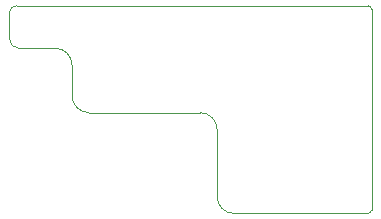
<source format=gm1>
G04 #@! TF.GenerationSoftware,KiCad,Pcbnew,6.0.0-d3dd2cf0fa~116~ubuntu20.04.1*
G04 #@! TF.CreationDate,2022-01-19T00:38:57+01:00*
G04 #@! TF.ProjectId,OtterPill-CAN,4f747465-7250-4696-9c6c-2d43414e2e6b,rev?*
G04 #@! TF.SameCoordinates,Original*
G04 #@! TF.FileFunction,Profile,NP*
%FSLAX46Y46*%
G04 Gerber Fmt 4.6, Leading zero omitted, Abs format (unit mm)*
G04 Created by KiCad (PCBNEW 6.0.0-d3dd2cf0fa~116~ubuntu20.04.1) date 2022-01-19 00:38:57*
%MOMM*%
%LPD*%
G01*
G04 APERTURE LIST*
G04 #@! TA.AperFunction,Profile*
%ADD10C,0.050000*%
G04 #@! TD*
G04 APERTURE END LIST*
D10*
X62900000Y-37400000D02*
G75*
G03*
X63200000Y-37100000I0J300000D01*
G01*
X63200000Y-20100000D02*
G75*
G03*
X62900000Y-19800000I-300000J0D01*
G01*
X33140000Y-19800000D02*
G75*
G03*
X32530000Y-20410000I0J-610000D01*
G01*
X33320000Y-23405246D02*
X36404426Y-23405246D01*
X32530000Y-22615246D02*
G75*
G03*
X33320000Y-23405246I790000J0D01*
G01*
X37834459Y-24835279D02*
G75*
G03*
X36404426Y-23405246I-1430033J0D01*
G01*
X37834459Y-27430000D02*
X37834459Y-24835279D01*
X50115574Y-35969966D02*
G75*
G03*
X51545608Y-37400000I1430034J0D01*
G01*
X37834459Y-27430000D02*
G75*
G03*
X39264493Y-28860034I1430034J0D01*
G01*
X48685540Y-28860000D02*
X39264493Y-28860034D01*
X50115574Y-30290034D02*
G75*
G03*
X48685540Y-28860000I-1430034J0D01*
G01*
X50115574Y-35969966D02*
X50115574Y-30290034D01*
X32530000Y-20410000D02*
X32530000Y-22615246D01*
X62900000Y-19800000D02*
X33140000Y-19800000D01*
X63200000Y-20100000D02*
X63200000Y-37100000D01*
X51545608Y-37400000D02*
X62900000Y-37400000D01*
M02*

</source>
